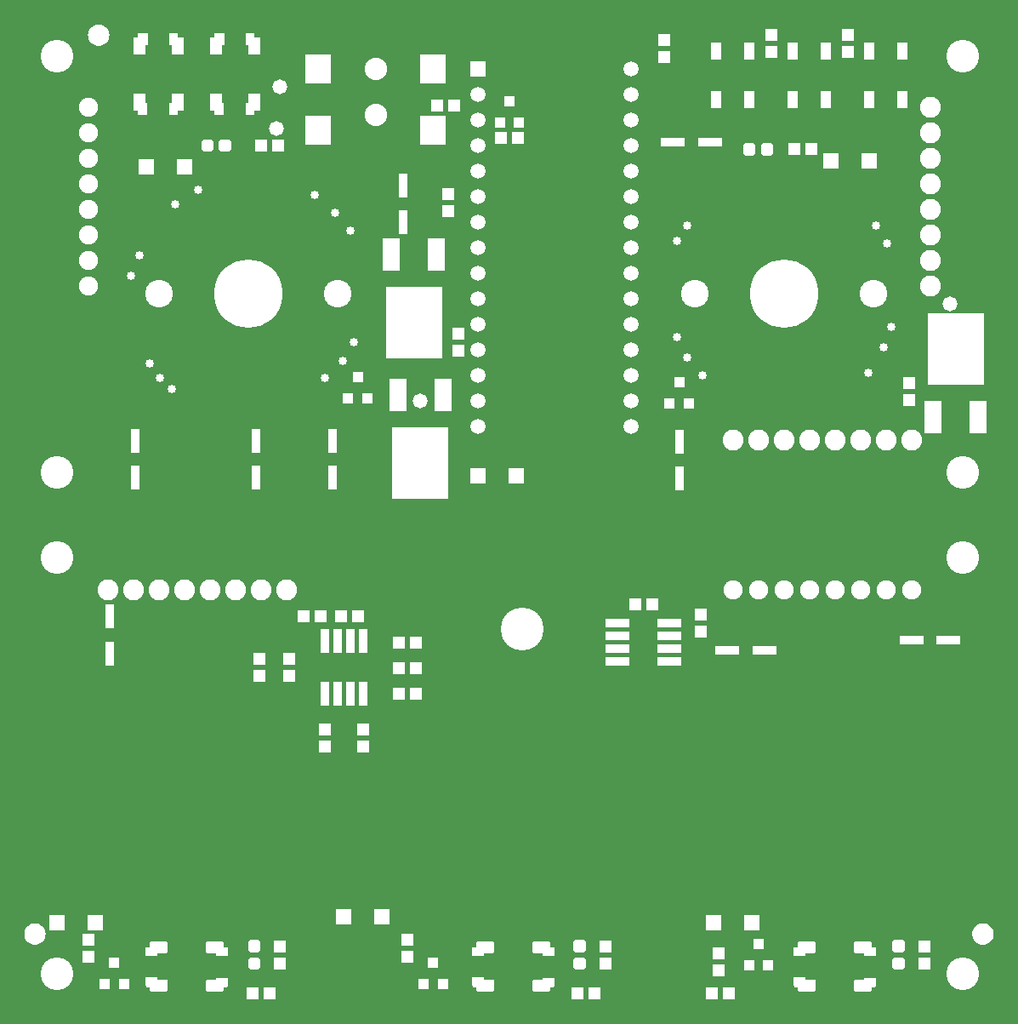
<source format=gbr>
G04 EAGLE Gerber RS-274X export*
G75*
%MOMM*%
%FSLAX34Y34*%
%LPD*%
%INSoldermask Top*%
%IPNEG*%
%AMOC8*
5,1,8,0,0,1.08239X$1,22.5*%
G01*
%ADD10C,3.251200*%
%ADD11C,0.853200*%
%ADD12R,1.511200X1.511200*%
%ADD13C,1.511200*%
%ADD14R,2.603200X3.003200*%
%ADD15C,2.235200*%
%ADD16C,2.082800*%
%ADD17C,1.908300*%
%ADD18R,1.203200X1.303200*%
%ADD19C,6.807200*%
%ADD20C,2.743200*%
%ADD21R,0.853200X2.403200*%
%ADD22R,2.403200X0.853200*%
%ADD23R,1.603200X1.603200*%
%ADD24C,0.505344*%
%ADD25R,1.303200X1.203200*%
%ADD26R,1.103200X1.703200*%
%ADD27R,1.003200X1.103200*%
%ADD28R,2.413000X0.812800*%
%ADD29R,0.812800X2.413000*%
%ADD30C,4.267200*%
%ADD31R,0.903200X1.203200*%
%ADD32R,1.203200X0.903200*%
%ADD33R,5.654800X7.203200*%
%ADD34R,1.803400X3.200400*%
%ADD35C,1.478200*%

G36*
X81713Y961630D02*
X81713Y961630D01*
X81756Y961642D01*
X81822Y961650D01*
X83506Y962101D01*
X83547Y962120D01*
X83610Y962139D01*
X85190Y962875D01*
X85226Y962901D01*
X85285Y962931D01*
X86713Y963930D01*
X86745Y963962D01*
X86798Y964001D01*
X88031Y965234D01*
X88056Y965271D01*
X88102Y965319D01*
X89101Y966747D01*
X89120Y966787D01*
X89157Y966842D01*
X89893Y968422D01*
X89905Y968465D01*
X89931Y968526D01*
X90382Y970210D01*
X90385Y970241D01*
X90392Y970262D01*
X90392Y970277D01*
X90402Y970319D01*
X90553Y972055D01*
X90549Y972100D01*
X90553Y972166D01*
X90402Y973902D01*
X90390Y973945D01*
X90382Y974011D01*
X89931Y975695D01*
X89912Y975735D01*
X89893Y975799D01*
X89157Y977378D01*
X89131Y977415D01*
X89101Y977474D01*
X88102Y978902D01*
X88070Y978933D01*
X88031Y978987D01*
X86798Y980219D01*
X86761Y980245D01*
X86713Y980290D01*
X85285Y981290D01*
X85245Y981309D01*
X85190Y981345D01*
X83610Y982082D01*
X83567Y982094D01*
X83506Y982120D01*
X81822Y982571D01*
X81778Y982575D01*
X81713Y982590D01*
X79977Y982742D01*
X79932Y982738D01*
X79866Y982742D01*
X78130Y982590D01*
X78087Y982579D01*
X78021Y982571D01*
X76337Y982120D01*
X76297Y982101D01*
X76233Y982082D01*
X74654Y981345D01*
X74617Y981320D01*
X74558Y981290D01*
X73130Y980290D01*
X73099Y980259D01*
X73045Y980219D01*
X71813Y978987D01*
X71787Y978950D01*
X71742Y978902D01*
X70742Y977474D01*
X70723Y977434D01*
X70687Y977378D01*
X69950Y975799D01*
X69938Y975756D01*
X69912Y975695D01*
X69461Y974011D01*
X69457Y973966D01*
X69442Y973902D01*
X69290Y972166D01*
X69294Y972121D01*
X69290Y972055D01*
X69442Y970319D01*
X69453Y970276D01*
X69457Y970241D01*
X69458Y970225D01*
X69460Y970220D01*
X69461Y970210D01*
X69912Y968526D01*
X69931Y968485D01*
X69950Y968422D01*
X70687Y966842D01*
X70712Y966806D01*
X70742Y966747D01*
X71742Y965319D01*
X71773Y965287D01*
X71813Y965234D01*
X73045Y964001D01*
X73082Y963976D01*
X73130Y963930D01*
X74558Y962931D01*
X74598Y962912D01*
X74654Y962875D01*
X76233Y962139D01*
X76276Y962127D01*
X76337Y962101D01*
X78021Y961650D01*
X78066Y961646D01*
X78130Y961630D01*
X79866Y961479D01*
X79911Y961483D01*
X79977Y961479D01*
X81713Y961630D01*
G37*
G36*
X962061Y67600D02*
X962061Y67600D01*
X962104Y67612D01*
X962170Y67619D01*
X963853Y68070D01*
X963894Y68089D01*
X963957Y68108D01*
X965537Y68845D01*
X965574Y68871D01*
X965633Y68900D01*
X967061Y69900D01*
X967092Y69932D01*
X967145Y69971D01*
X968378Y71204D01*
X968403Y71240D01*
X968449Y71288D01*
X969449Y72716D01*
X969467Y72756D01*
X969504Y72812D01*
X970241Y74392D01*
X970252Y74435D01*
X970278Y74496D01*
X970730Y76179D01*
X970732Y76210D01*
X970739Y76231D01*
X970739Y76247D01*
X970749Y76288D01*
X970901Y78025D01*
X970897Y78069D01*
X970901Y78135D01*
X970749Y79872D01*
X970737Y79915D01*
X970730Y79980D01*
X970278Y81664D01*
X970259Y81705D01*
X970241Y81768D01*
X969504Y83348D01*
X969478Y83384D01*
X969449Y83444D01*
X968449Y84872D01*
X968417Y84903D01*
X968378Y84956D01*
X967145Y86189D01*
X967109Y86214D01*
X967061Y86260D01*
X965633Y87260D01*
X965592Y87278D01*
X965537Y87315D01*
X963957Y88052D01*
X963914Y88063D01*
X963853Y88089D01*
X962170Y88541D01*
X962125Y88544D01*
X962061Y88560D01*
X960324Y88712D01*
X960280Y88708D01*
X960214Y88712D01*
X958477Y88560D01*
X958434Y88548D01*
X958368Y88541D01*
X956685Y88089D01*
X956644Y88070D01*
X956581Y88052D01*
X955001Y87315D01*
X954964Y87289D01*
X954905Y87260D01*
X953477Y86260D01*
X953446Y86228D01*
X953393Y86189D01*
X952160Y84956D01*
X952135Y84920D01*
X952089Y84872D01*
X951089Y83444D01*
X951070Y83403D01*
X951034Y83348D01*
X950297Y81768D01*
X950286Y81725D01*
X950259Y81664D01*
X949808Y79980D01*
X949804Y79936D01*
X949789Y79872D01*
X949637Y78135D01*
X949641Y78091D01*
X949637Y78025D01*
X949789Y76288D01*
X949801Y76245D01*
X949805Y76211D01*
X949805Y76195D01*
X949807Y76190D01*
X949808Y76179D01*
X950259Y74496D01*
X950278Y74455D01*
X950297Y74392D01*
X951034Y72812D01*
X951060Y72775D01*
X951089Y72716D01*
X952089Y71288D01*
X952121Y71257D01*
X952160Y71204D01*
X953393Y69971D01*
X953429Y69945D01*
X953477Y69900D01*
X954905Y68900D01*
X954946Y68881D01*
X955001Y68845D01*
X956581Y68108D01*
X956624Y68097D01*
X956685Y68070D01*
X958368Y67619D01*
X958413Y67615D01*
X958477Y67600D01*
X960214Y67448D01*
X960258Y67452D01*
X960324Y67448D01*
X962061Y67600D01*
G37*
G36*
X18301Y67579D02*
X18301Y67579D01*
X18344Y67591D01*
X18410Y67598D01*
X20094Y68050D01*
X20134Y68069D01*
X20198Y68087D01*
X21777Y68824D01*
X21814Y68850D01*
X21873Y68879D01*
X23301Y69879D01*
X23332Y69911D01*
X23386Y69950D01*
X24618Y71183D01*
X24644Y71219D01*
X24689Y71267D01*
X25689Y72695D01*
X25708Y72736D01*
X25744Y72791D01*
X26481Y74371D01*
X26492Y74414D01*
X26519Y74475D01*
X26970Y76158D01*
X26973Y76190D01*
X26980Y76211D01*
X26979Y76226D01*
X26989Y76267D01*
X27141Y78004D01*
X27137Y78048D01*
X27141Y78114D01*
X26989Y79851D01*
X26977Y79894D01*
X26970Y79960D01*
X26519Y81643D01*
X26500Y81684D01*
X26481Y81747D01*
X25744Y83327D01*
X25719Y83364D01*
X25689Y83423D01*
X24689Y84851D01*
X24658Y84882D01*
X24618Y84935D01*
X23386Y86168D01*
X23349Y86193D01*
X23301Y86239D01*
X21873Y87239D01*
X21833Y87258D01*
X21777Y87294D01*
X20198Y88031D01*
X20154Y88042D01*
X20094Y88069D01*
X18410Y88520D01*
X18365Y88524D01*
X18301Y88539D01*
X16565Y88691D01*
X16520Y88687D01*
X16454Y88691D01*
X14718Y88539D01*
X14674Y88527D01*
X14609Y88520D01*
X12925Y88069D01*
X12884Y88050D01*
X12821Y88031D01*
X11241Y87294D01*
X11205Y87268D01*
X11145Y87239D01*
X9718Y86239D01*
X9686Y86207D01*
X9633Y86168D01*
X8400Y84935D01*
X8375Y84899D01*
X8329Y84851D01*
X7329Y83423D01*
X7311Y83382D01*
X7274Y83327D01*
X6538Y81747D01*
X6526Y81704D01*
X6500Y81643D01*
X6049Y79960D01*
X6045Y79915D01*
X6029Y79851D01*
X5877Y78114D01*
X5881Y78070D01*
X5877Y78004D01*
X6029Y76267D01*
X6041Y76224D01*
X6045Y76190D01*
X6045Y76174D01*
X6047Y76169D01*
X6049Y76158D01*
X6500Y74475D01*
X6519Y74434D01*
X6538Y74371D01*
X7274Y72791D01*
X7300Y72754D01*
X7329Y72695D01*
X8329Y71267D01*
X8361Y71236D01*
X8400Y71183D01*
X9633Y69950D01*
X9670Y69925D01*
X9718Y69879D01*
X11145Y68879D01*
X11186Y68861D01*
X11241Y68824D01*
X12821Y68087D01*
X12864Y68076D01*
X12925Y68050D01*
X14609Y67598D01*
X14653Y67595D01*
X14718Y67579D01*
X16454Y67427D01*
X16498Y67431D01*
X16565Y67427D01*
X18301Y67579D01*
G37*
G36*
X201965Y952827D02*
X201965Y952827D01*
X202031Y952829D01*
X202074Y952847D01*
X202121Y952855D01*
X202178Y952889D01*
X202238Y952914D01*
X202273Y952945D01*
X202314Y952970D01*
X202356Y953021D01*
X202404Y953065D01*
X202426Y953107D01*
X202455Y953144D01*
X202476Y953206D01*
X202507Y953265D01*
X202515Y953319D01*
X202527Y953356D01*
X202526Y953396D01*
X202534Y953450D01*
X202534Y962816D01*
X203900Y962816D01*
X203965Y962827D01*
X204031Y962829D01*
X204074Y962847D01*
X204121Y962855D01*
X204178Y962889D01*
X204238Y962914D01*
X204273Y962945D01*
X204314Y962970D01*
X204356Y963021D01*
X204404Y963065D01*
X204426Y963107D01*
X204455Y963144D01*
X204476Y963206D01*
X204507Y963265D01*
X204515Y963319D01*
X204527Y963356D01*
X204526Y963396D01*
X204534Y963450D01*
X204534Y973450D01*
X204523Y973515D01*
X204521Y973581D01*
X204503Y973624D01*
X204495Y973671D01*
X204461Y973728D01*
X204436Y973788D01*
X204405Y973823D01*
X204380Y973864D01*
X204329Y973906D01*
X204285Y973954D01*
X204243Y973976D01*
X204206Y974005D01*
X204144Y974026D01*
X204085Y974057D01*
X204031Y974065D01*
X203994Y974077D01*
X203954Y974076D01*
X203900Y974084D01*
X195900Y974084D01*
X195835Y974073D01*
X195769Y974071D01*
X195726Y974053D01*
X195679Y974045D01*
X195622Y974011D01*
X195562Y973986D01*
X195527Y973955D01*
X195486Y973930D01*
X195445Y973879D01*
X195396Y973835D01*
X195374Y973793D01*
X195345Y973756D01*
X195324Y973694D01*
X195293Y973635D01*
X195285Y973581D01*
X195273Y973544D01*
X195274Y973504D01*
X195266Y973450D01*
X195266Y970084D01*
X191900Y970084D01*
X191835Y970073D01*
X191769Y970071D01*
X191726Y970053D01*
X191679Y970045D01*
X191622Y970011D01*
X191562Y969986D01*
X191527Y969955D01*
X191486Y969930D01*
X191445Y969879D01*
X191396Y969835D01*
X191374Y969793D01*
X191345Y969756D01*
X191324Y969694D01*
X191293Y969635D01*
X191285Y969581D01*
X191273Y969544D01*
X191274Y969504D01*
X191266Y969450D01*
X191266Y953450D01*
X191277Y953385D01*
X191279Y953319D01*
X191297Y953276D01*
X191305Y953229D01*
X191339Y953172D01*
X191364Y953112D01*
X191395Y953077D01*
X191420Y953036D01*
X191471Y952995D01*
X191515Y952946D01*
X191557Y952924D01*
X191594Y952895D01*
X191656Y952874D01*
X191715Y952843D01*
X191769Y952835D01*
X191806Y952823D01*
X191846Y952824D01*
X191900Y952816D01*
X201900Y952816D01*
X201965Y952827D01*
G37*
G36*
X125765Y952827D02*
X125765Y952827D01*
X125831Y952829D01*
X125874Y952847D01*
X125921Y952855D01*
X125978Y952889D01*
X126038Y952914D01*
X126073Y952945D01*
X126114Y952970D01*
X126156Y953021D01*
X126204Y953065D01*
X126226Y953107D01*
X126255Y953144D01*
X126276Y953206D01*
X126307Y953265D01*
X126315Y953319D01*
X126327Y953356D01*
X126326Y953396D01*
X126334Y953450D01*
X126334Y962816D01*
X127700Y962816D01*
X127765Y962827D01*
X127831Y962829D01*
X127874Y962847D01*
X127921Y962855D01*
X127978Y962889D01*
X128038Y962914D01*
X128073Y962945D01*
X128114Y962970D01*
X128156Y963021D01*
X128204Y963065D01*
X128226Y963107D01*
X128255Y963144D01*
X128276Y963206D01*
X128307Y963265D01*
X128315Y963319D01*
X128327Y963356D01*
X128326Y963396D01*
X128334Y963450D01*
X128334Y973450D01*
X128323Y973515D01*
X128321Y973581D01*
X128303Y973624D01*
X128295Y973671D01*
X128261Y973728D01*
X128236Y973788D01*
X128205Y973823D01*
X128180Y973864D01*
X128129Y973906D01*
X128085Y973954D01*
X128043Y973976D01*
X128006Y974005D01*
X127944Y974026D01*
X127885Y974057D01*
X127831Y974065D01*
X127794Y974077D01*
X127754Y974076D01*
X127700Y974084D01*
X119700Y974084D01*
X119635Y974073D01*
X119569Y974071D01*
X119526Y974053D01*
X119479Y974045D01*
X119422Y974011D01*
X119362Y973986D01*
X119327Y973955D01*
X119286Y973930D01*
X119245Y973879D01*
X119196Y973835D01*
X119174Y973793D01*
X119145Y973756D01*
X119124Y973694D01*
X119093Y973635D01*
X119085Y973581D01*
X119073Y973544D01*
X119074Y973504D01*
X119066Y973450D01*
X119066Y970084D01*
X115700Y970084D01*
X115635Y970073D01*
X115569Y970071D01*
X115526Y970053D01*
X115479Y970045D01*
X115422Y970011D01*
X115362Y969986D01*
X115327Y969955D01*
X115286Y969930D01*
X115245Y969879D01*
X115196Y969835D01*
X115174Y969793D01*
X115145Y969756D01*
X115124Y969694D01*
X115093Y969635D01*
X115085Y969581D01*
X115073Y969544D01*
X115074Y969504D01*
X115066Y969450D01*
X115066Y953450D01*
X115077Y953385D01*
X115079Y953319D01*
X115097Y953276D01*
X115105Y953229D01*
X115139Y953172D01*
X115164Y953112D01*
X115195Y953077D01*
X115220Y953036D01*
X115271Y952995D01*
X115315Y952946D01*
X115357Y952924D01*
X115394Y952895D01*
X115456Y952874D01*
X115515Y952843D01*
X115569Y952835D01*
X115606Y952823D01*
X115646Y952824D01*
X115700Y952816D01*
X125700Y952816D01*
X125765Y952827D01*
G37*
G36*
X127765Y892827D02*
X127765Y892827D01*
X127831Y892829D01*
X127874Y892847D01*
X127921Y892855D01*
X127978Y892889D01*
X128038Y892914D01*
X128073Y892945D01*
X128114Y892970D01*
X128156Y893021D01*
X128204Y893065D01*
X128226Y893107D01*
X128255Y893144D01*
X128276Y893206D01*
X128307Y893265D01*
X128315Y893319D01*
X128327Y893356D01*
X128326Y893396D01*
X128334Y893450D01*
X128334Y903450D01*
X128323Y903515D01*
X128321Y903581D01*
X128303Y903624D01*
X128295Y903671D01*
X128261Y903728D01*
X128236Y903788D01*
X128205Y903823D01*
X128180Y903864D01*
X128129Y903906D01*
X128085Y903954D01*
X128043Y903976D01*
X128006Y904005D01*
X127944Y904026D01*
X127885Y904057D01*
X127831Y904065D01*
X127794Y904077D01*
X127754Y904076D01*
X127700Y904084D01*
X126334Y904084D01*
X126334Y913450D01*
X126323Y913515D01*
X126321Y913581D01*
X126303Y913624D01*
X126295Y913671D01*
X126261Y913728D01*
X126236Y913788D01*
X126205Y913823D01*
X126180Y913864D01*
X126129Y913906D01*
X126085Y913954D01*
X126043Y913976D01*
X126006Y914005D01*
X125944Y914026D01*
X125885Y914057D01*
X125831Y914065D01*
X125794Y914077D01*
X125754Y914076D01*
X125700Y914084D01*
X115700Y914084D01*
X115635Y914073D01*
X115569Y914071D01*
X115526Y914053D01*
X115479Y914045D01*
X115422Y914011D01*
X115362Y913986D01*
X115327Y913955D01*
X115286Y913930D01*
X115245Y913879D01*
X115196Y913835D01*
X115174Y913793D01*
X115145Y913756D01*
X115124Y913694D01*
X115093Y913635D01*
X115085Y913581D01*
X115073Y913544D01*
X115074Y913504D01*
X115066Y913450D01*
X115066Y897450D01*
X115077Y897385D01*
X115079Y897319D01*
X115097Y897276D01*
X115105Y897229D01*
X115139Y897172D01*
X115164Y897112D01*
X115195Y897077D01*
X115220Y897036D01*
X115271Y896995D01*
X115315Y896946D01*
X115357Y896924D01*
X115394Y896895D01*
X115456Y896874D01*
X115515Y896843D01*
X115569Y896835D01*
X115606Y896823D01*
X115646Y896824D01*
X115700Y896816D01*
X119066Y896816D01*
X119066Y893450D01*
X119077Y893385D01*
X119079Y893319D01*
X119097Y893276D01*
X119105Y893229D01*
X119139Y893172D01*
X119164Y893112D01*
X119195Y893077D01*
X119220Y893036D01*
X119271Y892995D01*
X119315Y892946D01*
X119357Y892924D01*
X119394Y892895D01*
X119456Y892874D01*
X119515Y892843D01*
X119569Y892835D01*
X119606Y892823D01*
X119646Y892824D01*
X119700Y892816D01*
X127700Y892816D01*
X127765Y892827D01*
G37*
G36*
X203965Y892827D02*
X203965Y892827D01*
X204031Y892829D01*
X204074Y892847D01*
X204121Y892855D01*
X204178Y892889D01*
X204238Y892914D01*
X204273Y892945D01*
X204314Y892970D01*
X204356Y893021D01*
X204404Y893065D01*
X204426Y893107D01*
X204455Y893144D01*
X204476Y893206D01*
X204507Y893265D01*
X204515Y893319D01*
X204527Y893356D01*
X204526Y893396D01*
X204534Y893450D01*
X204534Y903450D01*
X204523Y903515D01*
X204521Y903581D01*
X204503Y903624D01*
X204495Y903671D01*
X204461Y903728D01*
X204436Y903788D01*
X204405Y903823D01*
X204380Y903864D01*
X204329Y903906D01*
X204285Y903954D01*
X204243Y903976D01*
X204206Y904005D01*
X204144Y904026D01*
X204085Y904057D01*
X204031Y904065D01*
X203994Y904077D01*
X203954Y904076D01*
X203900Y904084D01*
X202534Y904084D01*
X202534Y913450D01*
X202523Y913515D01*
X202521Y913581D01*
X202503Y913624D01*
X202495Y913671D01*
X202461Y913728D01*
X202436Y913788D01*
X202405Y913823D01*
X202380Y913864D01*
X202329Y913906D01*
X202285Y913954D01*
X202243Y913976D01*
X202206Y914005D01*
X202144Y914026D01*
X202085Y914057D01*
X202031Y914065D01*
X201994Y914077D01*
X201954Y914076D01*
X201900Y914084D01*
X191900Y914084D01*
X191835Y914073D01*
X191769Y914071D01*
X191726Y914053D01*
X191679Y914045D01*
X191622Y914011D01*
X191562Y913986D01*
X191527Y913955D01*
X191486Y913930D01*
X191445Y913879D01*
X191396Y913835D01*
X191374Y913793D01*
X191345Y913756D01*
X191324Y913694D01*
X191293Y913635D01*
X191285Y913581D01*
X191273Y913544D01*
X191274Y913504D01*
X191266Y913450D01*
X191266Y897450D01*
X191277Y897385D01*
X191279Y897319D01*
X191297Y897276D01*
X191305Y897229D01*
X191339Y897172D01*
X191364Y897112D01*
X191395Y897077D01*
X191420Y897036D01*
X191471Y896995D01*
X191515Y896946D01*
X191557Y896924D01*
X191594Y896895D01*
X191656Y896874D01*
X191715Y896843D01*
X191769Y896835D01*
X191806Y896823D01*
X191846Y896824D01*
X191900Y896816D01*
X195266Y896816D01*
X195266Y893450D01*
X195277Y893385D01*
X195279Y893319D01*
X195297Y893276D01*
X195305Y893229D01*
X195339Y893172D01*
X195364Y893112D01*
X195395Y893077D01*
X195420Y893036D01*
X195471Y892995D01*
X195515Y892946D01*
X195557Y892924D01*
X195594Y892895D01*
X195656Y892874D01*
X195715Y892843D01*
X195769Y892835D01*
X195806Y892823D01*
X195846Y892824D01*
X195900Y892816D01*
X203900Y892816D01*
X203965Y892827D01*
G37*
G36*
X528825Y21097D02*
X528825Y21097D01*
X528891Y21099D01*
X528934Y21117D01*
X528981Y21125D01*
X529038Y21159D01*
X529098Y21184D01*
X529133Y21215D01*
X529174Y21240D01*
X529216Y21291D01*
X529264Y21335D01*
X529286Y21377D01*
X529315Y21414D01*
X529336Y21476D01*
X529367Y21535D01*
X529375Y21589D01*
X529387Y21626D01*
X529386Y21666D01*
X529394Y21720D01*
X529394Y25086D01*
X532760Y25086D01*
X532825Y25097D01*
X532891Y25099D01*
X532934Y25117D01*
X532981Y25125D01*
X533038Y25159D01*
X533098Y25184D01*
X533133Y25215D01*
X533174Y25240D01*
X533216Y25291D01*
X533264Y25335D01*
X533286Y25377D01*
X533315Y25414D01*
X533336Y25476D01*
X533367Y25535D01*
X533375Y25589D01*
X533387Y25626D01*
X533386Y25666D01*
X533394Y25720D01*
X533394Y33720D01*
X533383Y33785D01*
X533381Y33851D01*
X533363Y33894D01*
X533355Y33941D01*
X533321Y33998D01*
X533296Y34058D01*
X533265Y34093D01*
X533240Y34134D01*
X533189Y34176D01*
X533145Y34224D01*
X533103Y34246D01*
X533066Y34275D01*
X533004Y34296D01*
X532945Y34327D01*
X532891Y34335D01*
X532854Y34347D01*
X532814Y34346D01*
X532760Y34354D01*
X522760Y34354D01*
X522695Y34343D01*
X522629Y34341D01*
X522586Y34323D01*
X522539Y34315D01*
X522482Y34281D01*
X522422Y34256D01*
X522387Y34225D01*
X522346Y34200D01*
X522305Y34149D01*
X522256Y34105D01*
X522234Y34063D01*
X522205Y34026D01*
X522184Y33964D01*
X522153Y33905D01*
X522145Y33851D01*
X522133Y33814D01*
X522134Y33774D01*
X522126Y33720D01*
X522126Y32354D01*
X512760Y32354D01*
X512695Y32343D01*
X512629Y32341D01*
X512586Y32323D01*
X512539Y32315D01*
X512482Y32281D01*
X512422Y32256D01*
X512387Y32225D01*
X512346Y32200D01*
X512305Y32149D01*
X512256Y32105D01*
X512234Y32063D01*
X512205Y32026D01*
X512184Y31964D01*
X512153Y31905D01*
X512145Y31851D01*
X512133Y31814D01*
X512134Y31774D01*
X512126Y31720D01*
X512126Y21720D01*
X512137Y21655D01*
X512139Y21589D01*
X512157Y21546D01*
X512165Y21499D01*
X512199Y21442D01*
X512224Y21382D01*
X512255Y21347D01*
X512280Y21306D01*
X512331Y21265D01*
X512375Y21216D01*
X512417Y21194D01*
X512454Y21165D01*
X512516Y21144D01*
X512575Y21113D01*
X512629Y21105D01*
X512666Y21093D01*
X512706Y21094D01*
X512760Y21086D01*
X528760Y21086D01*
X528825Y21097D01*
G37*
G36*
X792865Y21097D02*
X792865Y21097D01*
X792931Y21099D01*
X792974Y21117D01*
X793021Y21125D01*
X793078Y21159D01*
X793138Y21184D01*
X793173Y21215D01*
X793214Y21240D01*
X793256Y21291D01*
X793304Y21335D01*
X793326Y21377D01*
X793355Y21414D01*
X793376Y21476D01*
X793407Y21535D01*
X793415Y21589D01*
X793427Y21626D01*
X793426Y21666D01*
X793434Y21720D01*
X793434Y31720D01*
X793423Y31785D01*
X793421Y31851D01*
X793403Y31894D01*
X793395Y31941D01*
X793361Y31998D01*
X793336Y32058D01*
X793305Y32093D01*
X793280Y32134D01*
X793229Y32176D01*
X793185Y32224D01*
X793143Y32246D01*
X793106Y32275D01*
X793044Y32296D01*
X792985Y32327D01*
X792931Y32335D01*
X792894Y32347D01*
X792854Y32346D01*
X792800Y32354D01*
X783434Y32354D01*
X783434Y33720D01*
X783423Y33785D01*
X783421Y33851D01*
X783403Y33894D01*
X783395Y33941D01*
X783361Y33998D01*
X783336Y34058D01*
X783305Y34093D01*
X783280Y34134D01*
X783229Y34176D01*
X783185Y34224D01*
X783143Y34246D01*
X783106Y34275D01*
X783044Y34296D01*
X782985Y34327D01*
X782931Y34335D01*
X782894Y34347D01*
X782854Y34346D01*
X782800Y34354D01*
X772800Y34354D01*
X772735Y34343D01*
X772669Y34341D01*
X772626Y34323D01*
X772579Y34315D01*
X772522Y34281D01*
X772462Y34256D01*
X772427Y34225D01*
X772386Y34200D01*
X772345Y34149D01*
X772296Y34105D01*
X772274Y34063D01*
X772245Y34026D01*
X772224Y33964D01*
X772193Y33905D01*
X772185Y33851D01*
X772173Y33814D01*
X772174Y33774D01*
X772166Y33720D01*
X772166Y25720D01*
X772177Y25655D01*
X772179Y25589D01*
X772197Y25546D01*
X772205Y25499D01*
X772239Y25442D01*
X772264Y25382D01*
X772295Y25347D01*
X772320Y25306D01*
X772371Y25265D01*
X772415Y25216D01*
X772457Y25194D01*
X772494Y25165D01*
X772556Y25144D01*
X772615Y25113D01*
X772669Y25105D01*
X772706Y25093D01*
X772746Y25094D01*
X772800Y25086D01*
X776166Y25086D01*
X776166Y21720D01*
X776177Y21655D01*
X776179Y21589D01*
X776197Y21546D01*
X776205Y21499D01*
X776239Y21442D01*
X776264Y21382D01*
X776295Y21347D01*
X776320Y21306D01*
X776371Y21265D01*
X776415Y21216D01*
X776457Y21194D01*
X776494Y21165D01*
X776556Y21144D01*
X776615Y21113D01*
X776669Y21105D01*
X776706Y21093D01*
X776746Y21094D01*
X776800Y21086D01*
X792800Y21086D01*
X792865Y21097D01*
G37*
G36*
X147705Y21097D02*
X147705Y21097D01*
X147771Y21099D01*
X147814Y21117D01*
X147861Y21125D01*
X147918Y21159D01*
X147978Y21184D01*
X148013Y21215D01*
X148054Y21240D01*
X148096Y21291D01*
X148144Y21335D01*
X148166Y21377D01*
X148195Y21414D01*
X148216Y21476D01*
X148247Y21535D01*
X148255Y21589D01*
X148267Y21626D01*
X148266Y21666D01*
X148274Y21720D01*
X148274Y31720D01*
X148263Y31785D01*
X148261Y31851D01*
X148243Y31894D01*
X148235Y31941D01*
X148201Y31998D01*
X148176Y32058D01*
X148145Y32093D01*
X148120Y32134D01*
X148069Y32176D01*
X148025Y32224D01*
X147983Y32246D01*
X147946Y32275D01*
X147884Y32296D01*
X147825Y32327D01*
X147771Y32335D01*
X147734Y32347D01*
X147694Y32346D01*
X147640Y32354D01*
X138274Y32354D01*
X138274Y33720D01*
X138263Y33785D01*
X138261Y33851D01*
X138243Y33894D01*
X138235Y33941D01*
X138201Y33998D01*
X138176Y34058D01*
X138145Y34093D01*
X138120Y34134D01*
X138069Y34176D01*
X138025Y34224D01*
X137983Y34246D01*
X137946Y34275D01*
X137884Y34296D01*
X137825Y34327D01*
X137771Y34335D01*
X137734Y34347D01*
X137694Y34346D01*
X137640Y34354D01*
X127640Y34354D01*
X127575Y34343D01*
X127509Y34341D01*
X127466Y34323D01*
X127419Y34315D01*
X127362Y34281D01*
X127302Y34256D01*
X127267Y34225D01*
X127226Y34200D01*
X127185Y34149D01*
X127136Y34105D01*
X127114Y34063D01*
X127085Y34026D01*
X127064Y33964D01*
X127033Y33905D01*
X127025Y33851D01*
X127013Y33814D01*
X127014Y33774D01*
X127006Y33720D01*
X127006Y25720D01*
X127017Y25655D01*
X127019Y25589D01*
X127037Y25546D01*
X127045Y25499D01*
X127079Y25442D01*
X127104Y25382D01*
X127135Y25347D01*
X127160Y25306D01*
X127211Y25265D01*
X127255Y25216D01*
X127297Y25194D01*
X127334Y25165D01*
X127396Y25144D01*
X127455Y25113D01*
X127509Y25105D01*
X127546Y25093D01*
X127586Y25094D01*
X127640Y25086D01*
X131006Y25086D01*
X131006Y21720D01*
X131017Y21655D01*
X131019Y21589D01*
X131037Y21546D01*
X131045Y21499D01*
X131079Y21442D01*
X131104Y21382D01*
X131135Y21347D01*
X131160Y21306D01*
X131211Y21265D01*
X131255Y21216D01*
X131297Y21194D01*
X131334Y21165D01*
X131396Y21144D01*
X131455Y21113D01*
X131509Y21105D01*
X131546Y21093D01*
X131586Y21094D01*
X131640Y21086D01*
X147640Y21086D01*
X147705Y21097D01*
G37*
G36*
X203705Y21097D02*
X203705Y21097D01*
X203771Y21099D01*
X203814Y21117D01*
X203861Y21125D01*
X203918Y21159D01*
X203978Y21184D01*
X204013Y21215D01*
X204054Y21240D01*
X204096Y21291D01*
X204144Y21335D01*
X204166Y21377D01*
X204195Y21414D01*
X204216Y21476D01*
X204247Y21535D01*
X204255Y21589D01*
X204267Y21626D01*
X204266Y21666D01*
X204274Y21720D01*
X204274Y25086D01*
X207640Y25086D01*
X207705Y25097D01*
X207771Y25099D01*
X207814Y25117D01*
X207861Y25125D01*
X207918Y25159D01*
X207978Y25184D01*
X208013Y25215D01*
X208054Y25240D01*
X208096Y25291D01*
X208144Y25335D01*
X208166Y25377D01*
X208195Y25414D01*
X208216Y25476D01*
X208247Y25535D01*
X208255Y25589D01*
X208267Y25626D01*
X208266Y25666D01*
X208274Y25720D01*
X208274Y33720D01*
X208263Y33785D01*
X208261Y33851D01*
X208243Y33894D01*
X208235Y33941D01*
X208201Y33998D01*
X208176Y34058D01*
X208145Y34093D01*
X208120Y34134D01*
X208069Y34176D01*
X208025Y34224D01*
X207983Y34246D01*
X207946Y34275D01*
X207884Y34296D01*
X207825Y34327D01*
X207771Y34335D01*
X207734Y34347D01*
X207694Y34346D01*
X207640Y34354D01*
X197640Y34354D01*
X197575Y34343D01*
X197509Y34341D01*
X197466Y34323D01*
X197419Y34315D01*
X197362Y34281D01*
X197302Y34256D01*
X197267Y34225D01*
X197226Y34200D01*
X197185Y34149D01*
X197136Y34105D01*
X197114Y34063D01*
X197085Y34026D01*
X197064Y33964D01*
X197033Y33905D01*
X197025Y33851D01*
X197013Y33814D01*
X197014Y33774D01*
X197006Y33720D01*
X197006Y32354D01*
X187640Y32354D01*
X187575Y32343D01*
X187509Y32341D01*
X187466Y32323D01*
X187419Y32315D01*
X187362Y32281D01*
X187302Y32256D01*
X187267Y32225D01*
X187226Y32200D01*
X187185Y32149D01*
X187136Y32105D01*
X187114Y32063D01*
X187085Y32026D01*
X187064Y31964D01*
X187033Y31905D01*
X187025Y31851D01*
X187013Y31814D01*
X187014Y31774D01*
X187006Y31720D01*
X187006Y21720D01*
X187017Y21655D01*
X187019Y21589D01*
X187037Y21546D01*
X187045Y21499D01*
X187079Y21442D01*
X187104Y21382D01*
X187135Y21347D01*
X187160Y21306D01*
X187211Y21265D01*
X187255Y21216D01*
X187297Y21194D01*
X187334Y21165D01*
X187396Y21144D01*
X187455Y21113D01*
X187509Y21105D01*
X187546Y21093D01*
X187586Y21094D01*
X187640Y21086D01*
X203640Y21086D01*
X203705Y21097D01*
G37*
G36*
X848865Y21097D02*
X848865Y21097D01*
X848931Y21099D01*
X848974Y21117D01*
X849021Y21125D01*
X849078Y21159D01*
X849138Y21184D01*
X849173Y21215D01*
X849214Y21240D01*
X849256Y21291D01*
X849304Y21335D01*
X849326Y21377D01*
X849355Y21414D01*
X849376Y21476D01*
X849407Y21535D01*
X849415Y21589D01*
X849427Y21626D01*
X849426Y21666D01*
X849434Y21720D01*
X849434Y25086D01*
X852800Y25086D01*
X852865Y25097D01*
X852931Y25099D01*
X852974Y25117D01*
X853021Y25125D01*
X853078Y25159D01*
X853138Y25184D01*
X853173Y25215D01*
X853214Y25240D01*
X853256Y25291D01*
X853304Y25335D01*
X853326Y25377D01*
X853355Y25414D01*
X853376Y25476D01*
X853407Y25535D01*
X853415Y25589D01*
X853427Y25626D01*
X853426Y25666D01*
X853434Y25720D01*
X853434Y33720D01*
X853423Y33785D01*
X853421Y33851D01*
X853403Y33894D01*
X853395Y33941D01*
X853361Y33998D01*
X853336Y34058D01*
X853305Y34093D01*
X853280Y34134D01*
X853229Y34176D01*
X853185Y34224D01*
X853143Y34246D01*
X853106Y34275D01*
X853044Y34296D01*
X852985Y34327D01*
X852931Y34335D01*
X852894Y34347D01*
X852854Y34346D01*
X852800Y34354D01*
X842800Y34354D01*
X842735Y34343D01*
X842669Y34341D01*
X842626Y34323D01*
X842579Y34315D01*
X842522Y34281D01*
X842462Y34256D01*
X842427Y34225D01*
X842386Y34200D01*
X842345Y34149D01*
X842296Y34105D01*
X842274Y34063D01*
X842245Y34026D01*
X842224Y33964D01*
X842193Y33905D01*
X842185Y33851D01*
X842173Y33814D01*
X842174Y33774D01*
X842166Y33720D01*
X842166Y32354D01*
X832800Y32354D01*
X832735Y32343D01*
X832669Y32341D01*
X832626Y32323D01*
X832579Y32315D01*
X832522Y32281D01*
X832462Y32256D01*
X832427Y32225D01*
X832386Y32200D01*
X832345Y32149D01*
X832296Y32105D01*
X832274Y32063D01*
X832245Y32026D01*
X832224Y31964D01*
X832193Y31905D01*
X832185Y31851D01*
X832173Y31814D01*
X832174Y31774D01*
X832166Y31720D01*
X832166Y21720D01*
X832177Y21655D01*
X832179Y21589D01*
X832197Y21546D01*
X832205Y21499D01*
X832239Y21442D01*
X832264Y21382D01*
X832295Y21347D01*
X832320Y21306D01*
X832371Y21265D01*
X832415Y21216D01*
X832457Y21194D01*
X832494Y21165D01*
X832556Y21144D01*
X832615Y21113D01*
X832669Y21105D01*
X832706Y21093D01*
X832746Y21094D01*
X832800Y21086D01*
X848800Y21086D01*
X848865Y21097D01*
G37*
G36*
X472825Y21097D02*
X472825Y21097D01*
X472891Y21099D01*
X472934Y21117D01*
X472981Y21125D01*
X473038Y21159D01*
X473098Y21184D01*
X473133Y21215D01*
X473174Y21240D01*
X473216Y21291D01*
X473264Y21335D01*
X473286Y21377D01*
X473315Y21414D01*
X473336Y21476D01*
X473367Y21535D01*
X473375Y21589D01*
X473387Y21626D01*
X473386Y21666D01*
X473394Y21720D01*
X473394Y31720D01*
X473383Y31785D01*
X473381Y31851D01*
X473363Y31894D01*
X473355Y31941D01*
X473321Y31998D01*
X473296Y32058D01*
X473265Y32093D01*
X473240Y32134D01*
X473189Y32176D01*
X473145Y32224D01*
X473103Y32246D01*
X473066Y32275D01*
X473004Y32296D01*
X472945Y32327D01*
X472891Y32335D01*
X472854Y32347D01*
X472814Y32346D01*
X472760Y32354D01*
X463394Y32354D01*
X463394Y33720D01*
X463383Y33785D01*
X463381Y33851D01*
X463363Y33894D01*
X463355Y33941D01*
X463321Y33998D01*
X463296Y34058D01*
X463265Y34093D01*
X463240Y34134D01*
X463189Y34176D01*
X463145Y34224D01*
X463103Y34246D01*
X463066Y34275D01*
X463004Y34296D01*
X462945Y34327D01*
X462891Y34335D01*
X462854Y34347D01*
X462814Y34346D01*
X462760Y34354D01*
X452760Y34354D01*
X452695Y34343D01*
X452629Y34341D01*
X452586Y34323D01*
X452539Y34315D01*
X452482Y34281D01*
X452422Y34256D01*
X452387Y34225D01*
X452346Y34200D01*
X452305Y34149D01*
X452256Y34105D01*
X452234Y34063D01*
X452205Y34026D01*
X452184Y33964D01*
X452153Y33905D01*
X452145Y33851D01*
X452133Y33814D01*
X452134Y33774D01*
X452126Y33720D01*
X452126Y25720D01*
X452137Y25655D01*
X452139Y25589D01*
X452157Y25546D01*
X452165Y25499D01*
X452199Y25442D01*
X452224Y25382D01*
X452255Y25347D01*
X452280Y25306D01*
X452331Y25265D01*
X452375Y25216D01*
X452417Y25194D01*
X452454Y25165D01*
X452516Y25144D01*
X452575Y25113D01*
X452629Y25105D01*
X452666Y25093D01*
X452706Y25094D01*
X452760Y25086D01*
X456126Y25086D01*
X456126Y21720D01*
X456137Y21655D01*
X456139Y21589D01*
X456157Y21546D01*
X456165Y21499D01*
X456199Y21442D01*
X456224Y21382D01*
X456255Y21347D01*
X456280Y21306D01*
X456331Y21265D01*
X456375Y21216D01*
X456417Y21194D01*
X456454Y21165D01*
X456516Y21144D01*
X456575Y21113D01*
X456629Y21105D01*
X456666Y21093D01*
X456706Y21094D01*
X456760Y21086D01*
X472760Y21086D01*
X472825Y21097D01*
G37*
G36*
X163765Y952827D02*
X163765Y952827D01*
X163831Y952829D01*
X163874Y952847D01*
X163921Y952855D01*
X163978Y952889D01*
X164038Y952914D01*
X164073Y952945D01*
X164114Y952970D01*
X164156Y953021D01*
X164204Y953065D01*
X164226Y953107D01*
X164255Y953144D01*
X164276Y953206D01*
X164307Y953265D01*
X164315Y953319D01*
X164327Y953356D01*
X164326Y953396D01*
X164334Y953450D01*
X164334Y969450D01*
X164323Y969515D01*
X164321Y969581D01*
X164303Y969624D01*
X164295Y969671D01*
X164261Y969728D01*
X164236Y969788D01*
X164205Y969823D01*
X164180Y969864D01*
X164129Y969906D01*
X164085Y969954D01*
X164043Y969976D01*
X164006Y970005D01*
X163944Y970026D01*
X163885Y970057D01*
X163831Y970065D01*
X163794Y970077D01*
X163754Y970076D01*
X163700Y970084D01*
X158334Y970084D01*
X158334Y973450D01*
X158323Y973515D01*
X158321Y973581D01*
X158303Y973624D01*
X158295Y973671D01*
X158261Y973728D01*
X158236Y973788D01*
X158205Y973823D01*
X158180Y973864D01*
X158129Y973906D01*
X158085Y973954D01*
X158043Y973976D01*
X158006Y974005D01*
X157944Y974026D01*
X157885Y974057D01*
X157831Y974065D01*
X157794Y974077D01*
X157754Y974076D01*
X157700Y974084D01*
X151700Y974084D01*
X151635Y974073D01*
X151569Y974071D01*
X151526Y974053D01*
X151479Y974045D01*
X151422Y974011D01*
X151362Y973986D01*
X151327Y973955D01*
X151286Y973930D01*
X151245Y973879D01*
X151196Y973835D01*
X151174Y973793D01*
X151145Y973756D01*
X151124Y973694D01*
X151093Y973635D01*
X151085Y973581D01*
X151073Y973544D01*
X151074Y973504D01*
X151066Y973450D01*
X151066Y963450D01*
X151077Y963385D01*
X151079Y963319D01*
X151097Y963276D01*
X151105Y963229D01*
X151139Y963172D01*
X151164Y963112D01*
X151195Y963077D01*
X151220Y963036D01*
X151271Y962995D01*
X151315Y962946D01*
X151357Y962924D01*
X151394Y962895D01*
X151456Y962874D01*
X151515Y962843D01*
X151569Y962835D01*
X151606Y962823D01*
X151646Y962824D01*
X151700Y962816D01*
X153066Y962816D01*
X153066Y953450D01*
X153077Y953385D01*
X153079Y953319D01*
X153097Y953276D01*
X153105Y953229D01*
X153139Y953172D01*
X153164Y953112D01*
X153195Y953077D01*
X153220Y953036D01*
X153271Y952995D01*
X153315Y952946D01*
X153357Y952924D01*
X153394Y952895D01*
X153456Y952874D01*
X153515Y952843D01*
X153569Y952835D01*
X153606Y952823D01*
X153646Y952824D01*
X153700Y952816D01*
X163700Y952816D01*
X163765Y952827D01*
G37*
G36*
X239965Y952827D02*
X239965Y952827D01*
X240031Y952829D01*
X240074Y952847D01*
X240121Y952855D01*
X240178Y952889D01*
X240238Y952914D01*
X240273Y952945D01*
X240314Y952970D01*
X240356Y953021D01*
X240404Y953065D01*
X240426Y953107D01*
X240455Y953144D01*
X240476Y953206D01*
X240507Y953265D01*
X240515Y953319D01*
X240527Y953356D01*
X240526Y953396D01*
X240534Y953450D01*
X240534Y969450D01*
X240523Y969515D01*
X240521Y969581D01*
X240503Y969624D01*
X240495Y969671D01*
X240461Y969728D01*
X240436Y969788D01*
X240405Y969823D01*
X240380Y969864D01*
X240329Y969906D01*
X240285Y969954D01*
X240243Y969976D01*
X240206Y970005D01*
X240144Y970026D01*
X240085Y970057D01*
X240031Y970065D01*
X239994Y970077D01*
X239954Y970076D01*
X239900Y970084D01*
X234534Y970084D01*
X234534Y973450D01*
X234523Y973515D01*
X234521Y973581D01*
X234503Y973624D01*
X234495Y973671D01*
X234461Y973728D01*
X234436Y973788D01*
X234405Y973823D01*
X234380Y973864D01*
X234329Y973906D01*
X234285Y973954D01*
X234243Y973976D01*
X234206Y974005D01*
X234144Y974026D01*
X234085Y974057D01*
X234031Y974065D01*
X233994Y974077D01*
X233954Y974076D01*
X233900Y974084D01*
X227900Y974084D01*
X227835Y974073D01*
X227769Y974071D01*
X227726Y974053D01*
X227679Y974045D01*
X227622Y974011D01*
X227562Y973986D01*
X227527Y973955D01*
X227486Y973930D01*
X227445Y973879D01*
X227396Y973835D01*
X227374Y973793D01*
X227345Y973756D01*
X227324Y973694D01*
X227293Y973635D01*
X227285Y973581D01*
X227273Y973544D01*
X227274Y973504D01*
X227266Y973450D01*
X227266Y963450D01*
X227277Y963385D01*
X227279Y963319D01*
X227297Y963276D01*
X227305Y963229D01*
X227339Y963172D01*
X227364Y963112D01*
X227395Y963077D01*
X227420Y963036D01*
X227471Y962995D01*
X227515Y962946D01*
X227557Y962924D01*
X227594Y962895D01*
X227656Y962874D01*
X227715Y962843D01*
X227769Y962835D01*
X227806Y962823D01*
X227846Y962824D01*
X227900Y962816D01*
X229266Y962816D01*
X229266Y953450D01*
X229277Y953385D01*
X229279Y953319D01*
X229297Y953276D01*
X229305Y953229D01*
X229339Y953172D01*
X229364Y953112D01*
X229395Y953077D01*
X229420Y953036D01*
X229471Y952995D01*
X229515Y952946D01*
X229557Y952924D01*
X229594Y952895D01*
X229656Y952874D01*
X229715Y952843D01*
X229769Y952835D01*
X229806Y952823D01*
X229846Y952824D01*
X229900Y952816D01*
X239900Y952816D01*
X239965Y952827D01*
G37*
G36*
X157765Y892827D02*
X157765Y892827D01*
X157831Y892829D01*
X157874Y892847D01*
X157921Y892855D01*
X157978Y892889D01*
X158038Y892914D01*
X158073Y892945D01*
X158114Y892970D01*
X158156Y893021D01*
X158204Y893065D01*
X158226Y893107D01*
X158255Y893144D01*
X158276Y893206D01*
X158307Y893265D01*
X158315Y893319D01*
X158327Y893356D01*
X158326Y893396D01*
X158334Y893450D01*
X158334Y896816D01*
X163700Y896816D01*
X163765Y896827D01*
X163831Y896829D01*
X163874Y896847D01*
X163921Y896855D01*
X163978Y896889D01*
X164038Y896914D01*
X164073Y896945D01*
X164114Y896970D01*
X164156Y897021D01*
X164204Y897065D01*
X164226Y897107D01*
X164255Y897144D01*
X164276Y897206D01*
X164307Y897265D01*
X164315Y897319D01*
X164327Y897356D01*
X164326Y897396D01*
X164334Y897450D01*
X164334Y913450D01*
X164323Y913515D01*
X164321Y913581D01*
X164303Y913624D01*
X164295Y913671D01*
X164261Y913728D01*
X164236Y913788D01*
X164205Y913823D01*
X164180Y913864D01*
X164129Y913906D01*
X164085Y913954D01*
X164043Y913976D01*
X164006Y914005D01*
X163944Y914026D01*
X163885Y914057D01*
X163831Y914065D01*
X163794Y914077D01*
X163754Y914076D01*
X163700Y914084D01*
X153700Y914084D01*
X153635Y914073D01*
X153569Y914071D01*
X153526Y914053D01*
X153479Y914045D01*
X153422Y914011D01*
X153362Y913986D01*
X153327Y913955D01*
X153286Y913930D01*
X153245Y913879D01*
X153196Y913835D01*
X153174Y913793D01*
X153145Y913756D01*
X153124Y913694D01*
X153093Y913635D01*
X153085Y913581D01*
X153073Y913544D01*
X153074Y913504D01*
X153066Y913450D01*
X153066Y904084D01*
X151700Y904084D01*
X151635Y904073D01*
X151569Y904071D01*
X151526Y904053D01*
X151479Y904045D01*
X151422Y904011D01*
X151362Y903986D01*
X151327Y903955D01*
X151286Y903930D01*
X151245Y903879D01*
X151196Y903835D01*
X151174Y903793D01*
X151145Y903756D01*
X151124Y903694D01*
X151093Y903635D01*
X151085Y903581D01*
X151073Y903544D01*
X151074Y903504D01*
X151066Y903450D01*
X151066Y893450D01*
X151077Y893385D01*
X151079Y893319D01*
X151097Y893276D01*
X151105Y893229D01*
X151139Y893172D01*
X151164Y893112D01*
X151195Y893077D01*
X151220Y893036D01*
X151271Y892995D01*
X151315Y892946D01*
X151357Y892924D01*
X151394Y892895D01*
X151456Y892874D01*
X151515Y892843D01*
X151569Y892835D01*
X151606Y892823D01*
X151646Y892824D01*
X151700Y892816D01*
X157700Y892816D01*
X157765Y892827D01*
G37*
G36*
X233965Y892827D02*
X233965Y892827D01*
X234031Y892829D01*
X234074Y892847D01*
X234121Y892855D01*
X234178Y892889D01*
X234238Y892914D01*
X234273Y892945D01*
X234314Y892970D01*
X234356Y893021D01*
X234404Y893065D01*
X234426Y893107D01*
X234455Y893144D01*
X234476Y893206D01*
X234507Y893265D01*
X234515Y893319D01*
X234527Y893356D01*
X234526Y893396D01*
X234534Y893450D01*
X234534Y896816D01*
X239900Y896816D01*
X239965Y896827D01*
X240031Y896829D01*
X240074Y896847D01*
X240121Y896855D01*
X240178Y896889D01*
X240238Y896914D01*
X240273Y896945D01*
X240314Y896970D01*
X240356Y897021D01*
X240404Y897065D01*
X240426Y897107D01*
X240455Y897144D01*
X240476Y897206D01*
X240507Y897265D01*
X240515Y897319D01*
X240527Y897356D01*
X240526Y897396D01*
X240534Y897450D01*
X240534Y913450D01*
X240523Y913515D01*
X240521Y913581D01*
X240503Y913624D01*
X240495Y913671D01*
X240461Y913728D01*
X240436Y913788D01*
X240405Y913823D01*
X240380Y913864D01*
X240329Y913906D01*
X240285Y913954D01*
X240243Y913976D01*
X240206Y914005D01*
X240144Y914026D01*
X240085Y914057D01*
X240031Y914065D01*
X239994Y914077D01*
X239954Y914076D01*
X239900Y914084D01*
X229900Y914084D01*
X229835Y914073D01*
X229769Y914071D01*
X229726Y914053D01*
X229679Y914045D01*
X229622Y914011D01*
X229562Y913986D01*
X229527Y913955D01*
X229486Y913930D01*
X229445Y913879D01*
X229396Y913835D01*
X229374Y913793D01*
X229345Y913756D01*
X229324Y913694D01*
X229293Y913635D01*
X229285Y913581D01*
X229273Y913544D01*
X229274Y913504D01*
X229266Y913450D01*
X229266Y904084D01*
X227900Y904084D01*
X227835Y904073D01*
X227769Y904071D01*
X227726Y904053D01*
X227679Y904045D01*
X227622Y904011D01*
X227562Y903986D01*
X227527Y903955D01*
X227486Y903930D01*
X227445Y903879D01*
X227396Y903835D01*
X227374Y903793D01*
X227345Y903756D01*
X227324Y903694D01*
X227293Y903635D01*
X227285Y903581D01*
X227273Y903544D01*
X227274Y903504D01*
X227266Y903450D01*
X227266Y893450D01*
X227277Y893385D01*
X227279Y893319D01*
X227297Y893276D01*
X227305Y893229D01*
X227339Y893172D01*
X227364Y893112D01*
X227395Y893077D01*
X227420Y893036D01*
X227471Y892995D01*
X227515Y892946D01*
X227557Y892924D01*
X227594Y892895D01*
X227656Y892874D01*
X227715Y892843D01*
X227769Y892835D01*
X227806Y892823D01*
X227846Y892824D01*
X227900Y892816D01*
X233900Y892816D01*
X233965Y892827D01*
G37*
G36*
X852865Y57097D02*
X852865Y57097D01*
X852931Y57099D01*
X852974Y57117D01*
X853021Y57125D01*
X853078Y57159D01*
X853138Y57184D01*
X853173Y57215D01*
X853214Y57240D01*
X853256Y57291D01*
X853304Y57335D01*
X853326Y57377D01*
X853355Y57414D01*
X853376Y57476D01*
X853407Y57535D01*
X853415Y57589D01*
X853427Y57626D01*
X853426Y57666D01*
X853434Y57720D01*
X853434Y63720D01*
X853423Y63785D01*
X853421Y63851D01*
X853403Y63894D01*
X853395Y63941D01*
X853361Y63998D01*
X853336Y64058D01*
X853305Y64093D01*
X853280Y64134D01*
X853229Y64176D01*
X853185Y64224D01*
X853143Y64246D01*
X853106Y64275D01*
X853044Y64296D01*
X852985Y64327D01*
X852931Y64335D01*
X852894Y64347D01*
X852854Y64346D01*
X852800Y64354D01*
X849434Y64354D01*
X849434Y69720D01*
X849423Y69785D01*
X849421Y69851D01*
X849403Y69894D01*
X849395Y69941D01*
X849361Y69998D01*
X849336Y70058D01*
X849305Y70093D01*
X849280Y70134D01*
X849229Y70176D01*
X849185Y70224D01*
X849143Y70246D01*
X849106Y70275D01*
X849044Y70296D01*
X848985Y70327D01*
X848931Y70335D01*
X848894Y70347D01*
X848854Y70346D01*
X848800Y70354D01*
X832800Y70354D01*
X832735Y70343D01*
X832669Y70341D01*
X832626Y70323D01*
X832579Y70315D01*
X832522Y70281D01*
X832462Y70256D01*
X832427Y70225D01*
X832386Y70200D01*
X832345Y70149D01*
X832296Y70105D01*
X832274Y70063D01*
X832245Y70026D01*
X832224Y69964D01*
X832193Y69905D01*
X832185Y69851D01*
X832173Y69814D01*
X832174Y69774D01*
X832166Y69720D01*
X832166Y59720D01*
X832177Y59655D01*
X832179Y59589D01*
X832197Y59546D01*
X832205Y59499D01*
X832239Y59442D01*
X832264Y59382D01*
X832295Y59347D01*
X832320Y59306D01*
X832371Y59265D01*
X832415Y59216D01*
X832457Y59194D01*
X832494Y59165D01*
X832556Y59144D01*
X832615Y59113D01*
X832669Y59105D01*
X832706Y59093D01*
X832746Y59094D01*
X832800Y59086D01*
X842166Y59086D01*
X842166Y57720D01*
X842177Y57655D01*
X842179Y57589D01*
X842197Y57546D01*
X842205Y57499D01*
X842239Y57442D01*
X842264Y57382D01*
X842295Y57347D01*
X842320Y57306D01*
X842371Y57265D01*
X842415Y57216D01*
X842457Y57194D01*
X842494Y57165D01*
X842556Y57144D01*
X842615Y57113D01*
X842669Y57105D01*
X842706Y57093D01*
X842746Y57094D01*
X842800Y57086D01*
X852800Y57086D01*
X852865Y57097D01*
G37*
G36*
X532825Y57097D02*
X532825Y57097D01*
X532891Y57099D01*
X532934Y57117D01*
X532981Y57125D01*
X533038Y57159D01*
X533098Y57184D01*
X533133Y57215D01*
X533174Y57240D01*
X533216Y57291D01*
X533264Y57335D01*
X533286Y57377D01*
X533315Y57414D01*
X533336Y57476D01*
X533367Y57535D01*
X533375Y57589D01*
X533387Y57626D01*
X533386Y57666D01*
X533394Y57720D01*
X533394Y63720D01*
X533383Y63785D01*
X533381Y63851D01*
X533363Y63894D01*
X533355Y63941D01*
X533321Y63998D01*
X533296Y64058D01*
X533265Y64093D01*
X533240Y64134D01*
X533189Y64176D01*
X533145Y64224D01*
X533103Y64246D01*
X533066Y64275D01*
X533004Y64296D01*
X532945Y64327D01*
X532891Y64335D01*
X532854Y64347D01*
X532814Y64346D01*
X532760Y64354D01*
X529394Y64354D01*
X529394Y69720D01*
X529383Y69785D01*
X529381Y69851D01*
X529363Y69894D01*
X529355Y69941D01*
X529321Y69998D01*
X529296Y70058D01*
X529265Y70093D01*
X529240Y70134D01*
X529189Y70176D01*
X529145Y70224D01*
X529103Y70246D01*
X529066Y70275D01*
X529004Y70296D01*
X528945Y70327D01*
X528891Y70335D01*
X528854Y70347D01*
X528814Y70346D01*
X528760Y70354D01*
X512760Y70354D01*
X512695Y70343D01*
X512629Y70341D01*
X512586Y70323D01*
X512539Y70315D01*
X512482Y70281D01*
X512422Y70256D01*
X512387Y70225D01*
X512346Y70200D01*
X512305Y70149D01*
X512256Y70105D01*
X512234Y70063D01*
X512205Y70026D01*
X512184Y69964D01*
X512153Y69905D01*
X512145Y69851D01*
X512133Y69814D01*
X512134Y69774D01*
X512126Y69720D01*
X512126Y59720D01*
X512137Y59655D01*
X512139Y59589D01*
X512157Y59546D01*
X512165Y59499D01*
X512199Y59442D01*
X512224Y59382D01*
X512255Y59347D01*
X512280Y59306D01*
X512331Y59265D01*
X512375Y59216D01*
X512417Y59194D01*
X512454Y59165D01*
X512516Y59144D01*
X512575Y59113D01*
X512629Y59105D01*
X512666Y59093D01*
X512706Y59094D01*
X512760Y59086D01*
X522126Y59086D01*
X522126Y57720D01*
X522137Y57655D01*
X522139Y57589D01*
X522157Y57546D01*
X522165Y57499D01*
X522199Y57442D01*
X522224Y57382D01*
X522255Y57347D01*
X522280Y57306D01*
X522331Y57265D01*
X522375Y57216D01*
X522417Y57194D01*
X522454Y57165D01*
X522516Y57144D01*
X522575Y57113D01*
X522629Y57105D01*
X522666Y57093D01*
X522706Y57094D01*
X522760Y57086D01*
X532760Y57086D01*
X532825Y57097D01*
G37*
G36*
X137705Y57097D02*
X137705Y57097D01*
X137771Y57099D01*
X137814Y57117D01*
X137861Y57125D01*
X137918Y57159D01*
X137978Y57184D01*
X138013Y57215D01*
X138054Y57240D01*
X138096Y57291D01*
X138144Y57335D01*
X138166Y57377D01*
X138195Y57414D01*
X138216Y57476D01*
X138247Y57535D01*
X138255Y57589D01*
X138267Y57626D01*
X138266Y57666D01*
X138274Y57720D01*
X138274Y59086D01*
X147640Y59086D01*
X147705Y59097D01*
X147771Y59099D01*
X147814Y59117D01*
X147861Y59125D01*
X147918Y59159D01*
X147978Y59184D01*
X148013Y59215D01*
X148054Y59240D01*
X148096Y59291D01*
X148144Y59335D01*
X148166Y59377D01*
X148195Y59414D01*
X148216Y59476D01*
X148247Y59535D01*
X148255Y59589D01*
X148267Y59626D01*
X148266Y59666D01*
X148274Y59720D01*
X148274Y69720D01*
X148263Y69785D01*
X148261Y69851D01*
X148243Y69894D01*
X148235Y69941D01*
X148201Y69998D01*
X148176Y70058D01*
X148145Y70093D01*
X148120Y70134D01*
X148069Y70176D01*
X148025Y70224D01*
X147983Y70246D01*
X147946Y70275D01*
X147884Y70296D01*
X147825Y70327D01*
X147771Y70335D01*
X147734Y70347D01*
X147694Y70346D01*
X147640Y70354D01*
X131640Y70354D01*
X131575Y70343D01*
X131509Y70341D01*
X131466Y70323D01*
X131419Y70315D01*
X131362Y70281D01*
X131302Y70256D01*
X131267Y70225D01*
X131226Y70200D01*
X131185Y70149D01*
X131136Y70105D01*
X131114Y70063D01*
X131085Y70026D01*
X131064Y69964D01*
X131033Y69905D01*
X131025Y69851D01*
X131013Y69814D01*
X131014Y69774D01*
X131006Y69720D01*
X131006Y64354D01*
X127640Y64354D01*
X127575Y64343D01*
X127509Y64341D01*
X127466Y64323D01*
X127419Y64315D01*
X127362Y64281D01*
X127302Y64256D01*
X127267Y64225D01*
X127226Y64200D01*
X127185Y64149D01*
X127136Y64105D01*
X127114Y64063D01*
X127085Y64026D01*
X127064Y63964D01*
X127033Y63905D01*
X127025Y63851D01*
X127013Y63814D01*
X127014Y63774D01*
X127006Y63720D01*
X127006Y57720D01*
X127017Y57655D01*
X127019Y57589D01*
X127037Y57546D01*
X127045Y57499D01*
X127079Y57442D01*
X127104Y57382D01*
X127135Y57347D01*
X127160Y57306D01*
X127211Y57265D01*
X127255Y57216D01*
X127297Y57194D01*
X127334Y57165D01*
X127396Y57144D01*
X127455Y57113D01*
X127509Y57105D01*
X127546Y57093D01*
X127586Y57094D01*
X127640Y57086D01*
X137640Y57086D01*
X137705Y57097D01*
G37*
G36*
X782865Y57097D02*
X782865Y57097D01*
X782931Y57099D01*
X782974Y57117D01*
X783021Y57125D01*
X783078Y57159D01*
X783138Y57184D01*
X783173Y57215D01*
X783214Y57240D01*
X783256Y57291D01*
X783304Y57335D01*
X783326Y57377D01*
X783355Y57414D01*
X783376Y57476D01*
X783407Y57535D01*
X783415Y57589D01*
X783427Y57626D01*
X783426Y57666D01*
X783434Y57720D01*
X783434Y59086D01*
X792800Y59086D01*
X792865Y59097D01*
X792931Y59099D01*
X792974Y59117D01*
X793021Y59125D01*
X793078Y59159D01*
X793138Y59184D01*
X793173Y59215D01*
X793214Y59240D01*
X793256Y59291D01*
X793304Y59335D01*
X793326Y59377D01*
X793355Y59414D01*
X793376Y59476D01*
X793407Y59535D01*
X793415Y59589D01*
X793427Y59626D01*
X793426Y59666D01*
X793434Y59720D01*
X793434Y69720D01*
X793423Y69785D01*
X793421Y69851D01*
X793403Y69894D01*
X793395Y69941D01*
X793361Y69998D01*
X793336Y70058D01*
X793305Y70093D01*
X793280Y70134D01*
X793229Y70176D01*
X793185Y70224D01*
X793143Y70246D01*
X793106Y70275D01*
X793044Y70296D01*
X792985Y70327D01*
X792931Y70335D01*
X792894Y70347D01*
X792854Y70346D01*
X792800Y70354D01*
X776800Y70354D01*
X776735Y70343D01*
X776669Y70341D01*
X776626Y70323D01*
X776579Y70315D01*
X776522Y70281D01*
X776462Y70256D01*
X776427Y70225D01*
X776386Y70200D01*
X776345Y70149D01*
X776296Y70105D01*
X776274Y70063D01*
X776245Y70026D01*
X776224Y69964D01*
X776193Y69905D01*
X776185Y69851D01*
X776173Y69814D01*
X776174Y69774D01*
X776166Y69720D01*
X776166Y64354D01*
X772800Y64354D01*
X772735Y64343D01*
X772669Y64341D01*
X772626Y64323D01*
X772579Y64315D01*
X772522Y64281D01*
X772462Y64256D01*
X772427Y64225D01*
X772386Y64200D01*
X772345Y64149D01*
X772296Y64105D01*
X772274Y64063D01*
X772245Y64026D01*
X772224Y63964D01*
X772193Y63905D01*
X772185Y63851D01*
X772173Y63814D01*
X772174Y63774D01*
X772166Y63720D01*
X772166Y57720D01*
X772177Y57655D01*
X772179Y57589D01*
X772197Y57546D01*
X772205Y57499D01*
X772239Y57442D01*
X772264Y57382D01*
X772295Y57347D01*
X772320Y57306D01*
X772371Y57265D01*
X772415Y57216D01*
X772457Y57194D01*
X772494Y57165D01*
X772556Y57144D01*
X772615Y57113D01*
X772669Y57105D01*
X772706Y57093D01*
X772746Y57094D01*
X772800Y57086D01*
X782800Y57086D01*
X782865Y57097D01*
G37*
G36*
X207705Y57097D02*
X207705Y57097D01*
X207771Y57099D01*
X207814Y57117D01*
X207861Y57125D01*
X207918Y57159D01*
X207978Y57184D01*
X208013Y57215D01*
X208054Y57240D01*
X208096Y57291D01*
X208144Y57335D01*
X208166Y57377D01*
X208195Y57414D01*
X208216Y57476D01*
X208247Y57535D01*
X208255Y57589D01*
X208267Y57626D01*
X208266Y57666D01*
X208274Y57720D01*
X208274Y63720D01*
X208263Y63785D01*
X208261Y63851D01*
X208243Y63894D01*
X208235Y63941D01*
X208201Y63998D01*
X208176Y64058D01*
X208145Y64093D01*
X208120Y64134D01*
X208069Y64176D01*
X208025Y64224D01*
X207983Y64246D01*
X207946Y64275D01*
X207884Y64296D01*
X207825Y64327D01*
X207771Y64335D01*
X207734Y64347D01*
X207694Y64346D01*
X207640Y64354D01*
X204274Y64354D01*
X204274Y69720D01*
X204263Y69785D01*
X204261Y69851D01*
X204243Y69894D01*
X204235Y69941D01*
X204201Y69998D01*
X204176Y70058D01*
X204145Y70093D01*
X204120Y70134D01*
X204069Y70176D01*
X204025Y70224D01*
X203983Y70246D01*
X203946Y70275D01*
X203884Y70296D01*
X203825Y70327D01*
X203771Y70335D01*
X203734Y70347D01*
X203694Y70346D01*
X203640Y70354D01*
X187640Y70354D01*
X187575Y70343D01*
X187509Y70341D01*
X187466Y70323D01*
X187419Y70315D01*
X187362Y70281D01*
X187302Y70256D01*
X187267Y70225D01*
X187226Y70200D01*
X187185Y70149D01*
X187136Y70105D01*
X187114Y70063D01*
X187085Y70026D01*
X187064Y69964D01*
X187033Y69905D01*
X187025Y69851D01*
X187013Y69814D01*
X187014Y69774D01*
X187006Y69720D01*
X187006Y59720D01*
X187017Y59655D01*
X187019Y59589D01*
X187037Y59546D01*
X187045Y59499D01*
X187079Y59442D01*
X187104Y59382D01*
X187135Y59347D01*
X187160Y59306D01*
X187211Y59265D01*
X187255Y59216D01*
X187297Y59194D01*
X187334Y59165D01*
X187396Y59144D01*
X187455Y59113D01*
X187509Y59105D01*
X187546Y59093D01*
X187586Y59094D01*
X187640Y59086D01*
X197006Y59086D01*
X197006Y57720D01*
X197017Y57655D01*
X197019Y57589D01*
X197037Y57546D01*
X197045Y57499D01*
X197079Y57442D01*
X197104Y57382D01*
X197135Y57347D01*
X197160Y57306D01*
X197211Y57265D01*
X197255Y57216D01*
X197297Y57194D01*
X197334Y57165D01*
X197396Y57144D01*
X197455Y57113D01*
X197509Y57105D01*
X197546Y57093D01*
X197586Y57094D01*
X197640Y57086D01*
X207640Y57086D01*
X207705Y57097D01*
G37*
G36*
X462825Y57097D02*
X462825Y57097D01*
X462891Y57099D01*
X462934Y57117D01*
X462981Y57125D01*
X463038Y57159D01*
X463098Y57184D01*
X463133Y57215D01*
X463174Y57240D01*
X463216Y57291D01*
X463264Y57335D01*
X463286Y57377D01*
X463315Y57414D01*
X463336Y57476D01*
X463367Y57535D01*
X463375Y57589D01*
X463387Y57626D01*
X463386Y57666D01*
X463394Y57720D01*
X463394Y59086D01*
X472760Y59086D01*
X472825Y59097D01*
X472891Y59099D01*
X472934Y59117D01*
X472981Y59125D01*
X473038Y59159D01*
X473098Y59184D01*
X473133Y59215D01*
X473174Y59240D01*
X473216Y59291D01*
X473264Y59335D01*
X473286Y59377D01*
X473315Y59414D01*
X473336Y59476D01*
X473367Y59535D01*
X473375Y59589D01*
X473387Y59626D01*
X473386Y59666D01*
X473394Y59720D01*
X473394Y69720D01*
X473383Y69785D01*
X473381Y69851D01*
X473363Y69894D01*
X473355Y69941D01*
X473321Y69998D01*
X473296Y70058D01*
X473265Y70093D01*
X473240Y70134D01*
X473189Y70176D01*
X473145Y70224D01*
X473103Y70246D01*
X473066Y70275D01*
X473004Y70296D01*
X472945Y70327D01*
X472891Y70335D01*
X472854Y70347D01*
X472814Y70346D01*
X472760Y70354D01*
X456760Y70354D01*
X456695Y70343D01*
X456629Y70341D01*
X456586Y70323D01*
X456539Y70315D01*
X456482Y70281D01*
X456422Y70256D01*
X456387Y70225D01*
X456346Y70200D01*
X456305Y70149D01*
X456256Y70105D01*
X456234Y70063D01*
X456205Y70026D01*
X456184Y69964D01*
X456153Y69905D01*
X456145Y69851D01*
X456133Y69814D01*
X456134Y69774D01*
X456126Y69720D01*
X456126Y64354D01*
X452760Y64354D01*
X452695Y64343D01*
X452629Y64341D01*
X452586Y64323D01*
X452539Y64315D01*
X452482Y64281D01*
X452422Y64256D01*
X452387Y64225D01*
X452346Y64200D01*
X452305Y64149D01*
X452256Y64105D01*
X452234Y64063D01*
X452205Y64026D01*
X452184Y63964D01*
X452153Y63905D01*
X452145Y63851D01*
X452133Y63814D01*
X452134Y63774D01*
X452126Y63720D01*
X452126Y57720D01*
X452137Y57655D01*
X452139Y57589D01*
X452157Y57546D01*
X452165Y57499D01*
X452199Y57442D01*
X452224Y57382D01*
X452255Y57347D01*
X452280Y57306D01*
X452331Y57265D01*
X452375Y57216D01*
X452417Y57194D01*
X452454Y57165D01*
X452516Y57144D01*
X452575Y57113D01*
X452629Y57105D01*
X452666Y57093D01*
X452706Y57094D01*
X452760Y57086D01*
X462760Y57086D01*
X462825Y57097D01*
G37*
D10*
X38100Y951230D03*
X38100Y537210D03*
X939800Y537210D03*
X939800Y951230D03*
X38100Y38354D03*
X38100Y452374D03*
X939800Y452374D03*
X939800Y38354D03*
D11*
X130810Y645160D03*
X140970Y631190D03*
X152400Y619760D03*
X304800Y631190D03*
X322580Y647700D03*
X334010Y666750D03*
X294640Y812800D03*
X314960Y795020D03*
X330200Y777240D03*
X156210Y803910D03*
X179070Y817880D03*
X111760Y732790D03*
X120650Y753110D03*
X655320Y767080D03*
X665480Y782320D03*
X655320Y671830D03*
X665480Y651510D03*
X680720Y633730D03*
X845820Y636270D03*
X861060Y661670D03*
X868680Y681990D03*
X853440Y782320D03*
X864870Y764540D03*
D12*
X457200Y938530D03*
D13*
X457200Y913130D03*
X457200Y887730D03*
X457200Y862330D03*
X457200Y836930D03*
X457200Y811530D03*
X457200Y786130D03*
X457200Y760730D03*
X457200Y735330D03*
X457200Y709930D03*
X457200Y684530D03*
X457200Y659130D03*
X457200Y633730D03*
X457200Y608330D03*
X457200Y582930D03*
X609600Y582930D03*
X609600Y608330D03*
X609600Y633730D03*
X609600Y659130D03*
X609600Y684530D03*
X609600Y709930D03*
X609600Y735330D03*
X609600Y760730D03*
X609600Y786130D03*
X609600Y811530D03*
X609600Y836930D03*
X609600Y862330D03*
X609600Y887730D03*
X609600Y913130D03*
X609600Y938530D03*
D14*
X298600Y938530D03*
X298600Y877530D03*
X412600Y938530D03*
X412600Y877530D03*
D15*
X355600Y938530D03*
X355600Y892810D03*
D16*
X908050Y900430D03*
X908050Y875030D03*
X908050Y849630D03*
X908050Y824230D03*
X908050Y798830D03*
X908050Y773430D03*
X908050Y748030D03*
X908050Y722630D03*
X889000Y568960D03*
X863600Y568960D03*
X838200Y568960D03*
X812800Y568960D03*
X787400Y568960D03*
X762000Y568960D03*
X736600Y568960D03*
X711200Y568960D03*
D17*
X69850Y900430D03*
X69850Y875030D03*
X69850Y849630D03*
X69850Y824230D03*
X69850Y798830D03*
X69850Y773430D03*
X69850Y748030D03*
X69850Y722630D03*
D18*
X427990Y813680D03*
X427990Y796680D03*
X886460Y625720D03*
X886460Y608720D03*
D19*
X228600Y715010D03*
D20*
X139700Y715010D03*
X317500Y715010D03*
D19*
X762000Y715010D03*
D20*
X673100Y715010D03*
X850900Y715010D03*
D21*
X236950Y568910D03*
X236950Y531910D03*
X116300Y568910D03*
X116300Y531910D03*
X658400Y530910D03*
X658400Y567910D03*
X313150Y568910D03*
X313150Y531910D03*
X383000Y822910D03*
X383000Y785910D03*
D22*
X651560Y865600D03*
X688560Y865600D03*
D23*
X127050Y840740D03*
X165050Y840740D03*
X809040Y847090D03*
X847040Y847090D03*
D24*
X184590Y858840D02*
X184590Y865820D01*
X191570Y865820D01*
X191570Y858840D01*
X184590Y858840D01*
X184590Y863640D02*
X191570Y863640D01*
X202130Y865820D02*
X202130Y858840D01*
X202130Y865820D02*
X209110Y865820D01*
X209110Y858840D01*
X202130Y858840D01*
X202130Y863640D02*
X209110Y863640D01*
X724340Y862010D02*
X724340Y855030D01*
X724340Y862010D02*
X731320Y862010D01*
X731320Y855030D01*
X724340Y855030D01*
X724340Y859830D02*
X731320Y859830D01*
X741880Y862010D02*
X741880Y855030D01*
X741880Y862010D02*
X748860Y862010D01*
X748860Y855030D01*
X741880Y855030D01*
X741880Y859830D02*
X748860Y859830D01*
D25*
X241690Y862330D03*
X258690Y862330D03*
X772550Y858520D03*
X789550Y858520D03*
D26*
X727700Y956680D03*
X694700Y956680D03*
X694700Y907680D03*
X727700Y907680D03*
X803900Y956680D03*
X770900Y956680D03*
X770900Y907680D03*
X803900Y907680D03*
X880100Y956680D03*
X847100Y956680D03*
X847100Y907680D03*
X880100Y907680D03*
D18*
X825500Y972430D03*
X825500Y955430D03*
X749300Y972430D03*
X749300Y955430D03*
X642620Y967350D03*
X642620Y950350D03*
D22*
X742900Y360204D03*
X705900Y360204D03*
D21*
X90900Y393904D03*
X90900Y356904D03*
D17*
X889000Y420624D03*
X863600Y420624D03*
X838200Y420624D03*
X812800Y420624D03*
X787400Y420624D03*
X762000Y420624D03*
X736600Y420624D03*
X711200Y420624D03*
D16*
X88900Y420624D03*
X114300Y420624D03*
X139700Y420624D03*
X165100Y420624D03*
X190500Y420624D03*
X215900Y420624D03*
X241300Y420624D03*
X266700Y420624D03*
D27*
X403504Y28100D03*
X422504Y28100D03*
X413004Y49100D03*
X86004Y28100D03*
X105004Y28100D03*
X95504Y49100D03*
X727354Y47150D03*
X746354Y47150D03*
X736854Y68150D03*
D18*
X387350Y72254D03*
X387350Y55254D03*
X69850Y72254D03*
X69850Y55254D03*
X697413Y58975D03*
X697413Y41975D03*
D23*
X323900Y95504D03*
X361900Y95504D03*
X38150Y89154D03*
X76150Y89154D03*
X692200Y89154D03*
X730200Y89154D03*
D18*
X584200Y65396D03*
X584200Y48396D03*
X260350Y65396D03*
X260350Y48396D03*
X901700Y48904D03*
X901700Y65904D03*
D28*
X596138Y387096D03*
X596138Y374396D03*
X596138Y361696D03*
X596138Y348996D03*
X648462Y348996D03*
X648462Y361696D03*
X648462Y374396D03*
X648462Y387096D03*
D29*
X342900Y369316D03*
X330200Y369316D03*
X317500Y369316D03*
X304800Y369316D03*
X304800Y316992D03*
X317500Y316992D03*
X330200Y316992D03*
X342900Y316992D03*
D30*
X501650Y381254D03*
D25*
X283600Y393954D03*
X300600Y393954D03*
X321446Y393700D03*
X338446Y393700D03*
X395850Y342646D03*
X378850Y342646D03*
X395850Y368046D03*
X378850Y368046D03*
D18*
X342900Y281804D03*
X342900Y264804D03*
X269240Y334654D03*
X269240Y351654D03*
D25*
X395850Y317246D03*
X378850Y317246D03*
D18*
X304800Y264804D03*
X304800Y281804D03*
D25*
X630800Y406146D03*
X613800Y406146D03*
D18*
X240030Y334654D03*
X240030Y351654D03*
X679450Y379104D03*
X679450Y396104D03*
D22*
X889050Y370554D03*
X926050Y370554D03*
D25*
X573650Y19304D03*
X556650Y19304D03*
X249800Y19304D03*
X232800Y19304D03*
X690000Y18796D03*
X707000Y18796D03*
D31*
X124700Y968450D03*
X154700Y968450D03*
X154700Y898450D03*
X124079Y898322D03*
X200900Y968450D03*
X230900Y968450D03*
X230900Y898450D03*
X200279Y898322D03*
D32*
X457760Y30720D03*
X457760Y60720D03*
X527760Y60720D03*
X527888Y30099D03*
X132640Y30720D03*
X132640Y60720D03*
X202640Y60720D03*
X202768Y30099D03*
X777800Y30720D03*
X777800Y60720D03*
X847800Y60720D03*
X847928Y30099D03*
D24*
X562290Y44890D02*
X555310Y44890D01*
X555310Y51870D01*
X562290Y51870D01*
X562290Y44890D01*
X562290Y49690D02*
X555310Y49690D01*
X555310Y62430D02*
X562290Y62430D01*
X555310Y62430D02*
X555310Y69410D01*
X562290Y69410D01*
X562290Y62430D01*
X562290Y67230D02*
X555310Y67230D01*
X238440Y44890D02*
X231460Y44890D01*
X231460Y51870D01*
X238440Y51870D01*
X238440Y44890D01*
X238440Y49690D02*
X231460Y49690D01*
X231460Y62430D02*
X238440Y62430D01*
X231460Y62430D02*
X231460Y69410D01*
X238440Y69410D01*
X238440Y62430D01*
X238440Y67230D02*
X231460Y67230D01*
X872810Y44890D02*
X879790Y44890D01*
X872810Y44890D02*
X872810Y51870D01*
X879790Y51870D01*
X879790Y44890D01*
X879790Y49690D02*
X872810Y49690D01*
X872810Y62430D02*
X879790Y62430D01*
X872810Y62430D02*
X872810Y69410D01*
X879790Y69410D01*
X879790Y62430D01*
X879790Y67230D02*
X872810Y67230D01*
D23*
X457250Y533400D03*
X495250Y533400D03*
D33*
X400050Y546622D03*
D34*
X377952Y614426D03*
X422656Y614426D03*
D33*
X393700Y686322D03*
D34*
X371602Y754126D03*
X416306Y754126D03*
D33*
X933450Y659878D03*
D34*
X955548Y592074D03*
X910844Y592074D03*
D18*
X438150Y675250D03*
X438150Y658250D03*
D27*
X337820Y632030D03*
X347320Y611030D03*
X328320Y611030D03*
X657860Y626950D03*
X667360Y605950D03*
X648360Y605950D03*
X488950Y906350D03*
X498450Y885350D03*
X479450Y885350D03*
D25*
X416950Y901700D03*
X433950Y901700D03*
X480450Y869950D03*
X497450Y869950D03*
D35*
X927100Y704850D03*
X400050Y608490D03*
X260350Y920750D03*
X257175Y879475D03*
M02*

</source>
